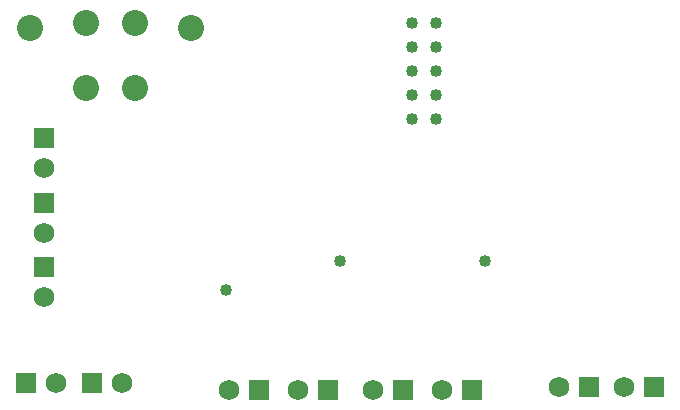
<source format=gbs>
G04*
G04 #@! TF.GenerationSoftware,Altium Limited,Altium Designer,19.1.5 (86)*
G04*
G04 Layer_Color=16711935*
%FSLAX25Y25*%
%MOIN*%
G70*
G01*
G75*
%ADD23C,0.06800*%
%ADD24R,0.06800X0.06800*%
%ADD25R,0.06800X0.06800*%
%ADD26C,0.08674*%
%ADD27C,0.04000*%
D23*
X41500Y16000D02*
D03*
X19500D02*
D03*
X15500Y87500D02*
D03*
X77000Y13500D02*
D03*
X208700Y14500D02*
D03*
X15500Y66000D02*
D03*
Y44618D02*
D03*
X125000Y13500D02*
D03*
X100000D02*
D03*
X148000D02*
D03*
X186900Y14500D02*
D03*
D24*
X31500Y16000D02*
D03*
X9500D02*
D03*
X87000Y13500D02*
D03*
X218700Y14500D02*
D03*
X135000Y13500D02*
D03*
X110000D02*
D03*
X158000D02*
D03*
X196900Y14500D02*
D03*
D25*
X15500Y97500D02*
D03*
Y76000D02*
D03*
Y54618D02*
D03*
D26*
X64272Y134016D02*
D03*
X10728D02*
D03*
X45768Y135827D02*
D03*
X29232D02*
D03*
Y114173D02*
D03*
X45768D02*
D03*
D27*
X138000Y104000D02*
D03*
X146000D02*
D03*
X138000Y120000D02*
D03*
X146000D02*
D03*
X138000Y112000D02*
D03*
X146000D02*
D03*
Y128000D02*
D03*
X138000D02*
D03*
X146000Y136000D02*
D03*
X138000D02*
D03*
X162500Y56500D02*
D03*
X114000D02*
D03*
X76000Y47000D02*
D03*
M02*

</source>
